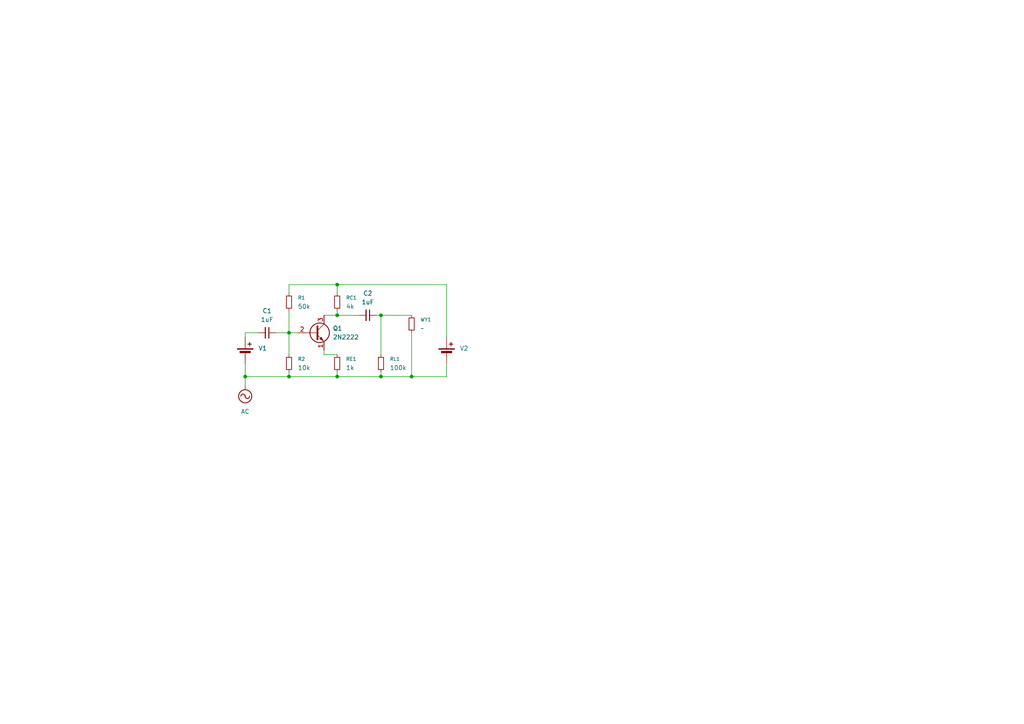
<source format=kicad_sch>
(kicad_sch
	(version 20250114)
	(generator "eeschema")
	(generator_version "9.0")
	(uuid "c00abc46-37e0-4418-aadb-4e1f2ca67997")
	(paper "A4")
	(lib_symbols
		(symbol "Device:Battery_Cell"
			(pin_numbers
				(hide yes)
			)
			(pin_names
				(offset 0)
				(hide yes)
			)
			(exclude_from_sim no)
			(in_bom yes)
			(on_board yes)
			(property "Reference" "BT"
				(at 2.54 2.54 0)
				(effects
					(font
						(size 1.27 1.27)
					)
					(justify left)
				)
			)
			(property "Value" "Battery_Cell"
				(at 2.54 0 0)
				(effects
					(font
						(size 1.27 1.27)
					)
					(justify left)
				)
			)
			(property "Footprint" ""
				(at 0 1.524 90)
				(effects
					(font
						(size 1.27 1.27)
					)
					(hide yes)
				)
			)
			(property "Datasheet" "~"
				(at 0 1.524 90)
				(effects
					(font
						(size 1.27 1.27)
					)
					(hide yes)
				)
			)
			(property "Description" "Single-cell battery"
				(at 0 0 0)
				(effects
					(font
						(size 1.27 1.27)
					)
					(hide yes)
				)
			)
			(property "ki_keywords" "battery cell"
				(at 0 0 0)
				(effects
					(font
						(size 1.27 1.27)
					)
					(hide yes)
				)
			)
			(symbol "Battery_Cell_0_1"
				(rectangle
					(start -2.286 1.778)
					(end 2.286 1.524)
					(stroke
						(width 0)
						(type default)
					)
					(fill
						(type outline)
					)
				)
				(rectangle
					(start -1.524 1.016)
					(end 1.524 0.508)
					(stroke
						(width 0)
						(type default)
					)
					(fill
						(type outline)
					)
				)
				(polyline
					(pts
						(xy 0 1.778) (xy 0 2.54)
					)
					(stroke
						(width 0)
						(type default)
					)
					(fill
						(type none)
					)
				)
				(polyline
					(pts
						(xy 0 0.762) (xy 0 0)
					)
					(stroke
						(width 0)
						(type default)
					)
					(fill
						(type none)
					)
				)
				(polyline
					(pts
						(xy 0.762 3.048) (xy 1.778 3.048)
					)
					(stroke
						(width 0.254)
						(type default)
					)
					(fill
						(type none)
					)
				)
				(polyline
					(pts
						(xy 1.27 3.556) (xy 1.27 2.54)
					)
					(stroke
						(width 0.254)
						(type default)
					)
					(fill
						(type none)
					)
				)
			)
			(symbol "Battery_Cell_1_1"
				(pin passive line
					(at 0 5.08 270)
					(length 2.54)
					(name "+"
						(effects
							(font
								(size 1.27 1.27)
							)
						)
					)
					(number "1"
						(effects
							(font
								(size 1.27 1.27)
							)
						)
					)
				)
				(pin passive line
					(at 0 -2.54 90)
					(length 2.54)
					(name "-"
						(effects
							(font
								(size 1.27 1.27)
							)
						)
					)
					(number "2"
						(effects
							(font
								(size 1.27 1.27)
							)
						)
					)
				)
			)
			(embedded_fonts no)
		)
		(symbol "Device:C_Small"
			(pin_numbers
				(hide yes)
			)
			(pin_names
				(offset 0.254)
				(hide yes)
			)
			(exclude_from_sim no)
			(in_bom yes)
			(on_board yes)
			(property "Reference" "C"
				(at 0.254 1.778 0)
				(effects
					(font
						(size 1.27 1.27)
					)
					(justify left)
				)
			)
			(property "Value" "C_Small"
				(at 0.254 -2.032 0)
				(effects
					(font
						(size 1.27 1.27)
					)
					(justify left)
				)
			)
			(property "Footprint" ""
				(at 0 0 0)
				(effects
					(font
						(size 1.27 1.27)
					)
					(hide yes)
				)
			)
			(property "Datasheet" "~"
				(at 0 0 0)
				(effects
					(font
						(size 1.27 1.27)
					)
					(hide yes)
				)
			)
			(property "Description" "Unpolarized capacitor, small symbol"
				(at 0 0 0)
				(effects
					(font
						(size 1.27 1.27)
					)
					(hide yes)
				)
			)
			(property "ki_keywords" "capacitor cap"
				(at 0 0 0)
				(effects
					(font
						(size 1.27 1.27)
					)
					(hide yes)
				)
			)
			(property "ki_fp_filters" "C_*"
				(at 0 0 0)
				(effects
					(font
						(size 1.27 1.27)
					)
					(hide yes)
				)
			)
			(symbol "C_Small_0_1"
				(polyline
					(pts
						(xy -1.524 0.508) (xy 1.524 0.508)
					)
					(stroke
						(width 0.3048)
						(type default)
					)
					(fill
						(type none)
					)
				)
				(polyline
					(pts
						(xy -1.524 -0.508) (xy 1.524 -0.508)
					)
					(stroke
						(width 0.3302)
						(type default)
					)
					(fill
						(type none)
					)
				)
			)
			(symbol "C_Small_1_1"
				(pin passive line
					(at 0 2.54 270)
					(length 2.032)
					(name "~"
						(effects
							(font
								(size 1.27 1.27)
							)
						)
					)
					(number "1"
						(effects
							(font
								(size 1.27 1.27)
							)
						)
					)
				)
				(pin passive line
					(at 0 -2.54 90)
					(length 2.032)
					(name "~"
						(effects
							(font
								(size 1.27 1.27)
							)
						)
					)
					(number "2"
						(effects
							(font
								(size 1.27 1.27)
							)
						)
					)
				)
			)
			(embedded_fonts no)
		)
		(symbol "Device:R_Small"
			(pin_numbers
				(hide yes)
			)
			(pin_names
				(offset 0.254)
				(hide yes)
			)
			(exclude_from_sim no)
			(in_bom yes)
			(on_board yes)
			(property "Reference" "R"
				(at 0 0 90)
				(effects
					(font
						(size 1.016 1.016)
					)
				)
			)
			(property "Value" "R_Small"
				(at 1.778 0 90)
				(effects
					(font
						(size 1.27 1.27)
					)
				)
			)
			(property "Footprint" ""
				(at 0 0 0)
				(effects
					(font
						(size 1.27 1.27)
					)
					(hide yes)
				)
			)
			(property "Datasheet" "~"
				(at 0 0 0)
				(effects
					(font
						(size 1.27 1.27)
					)
					(hide yes)
				)
			)
			(property "Description" "Resistor, small symbol"
				(at 0 0 0)
				(effects
					(font
						(size 1.27 1.27)
					)
					(hide yes)
				)
			)
			(property "ki_keywords" "R resistor"
				(at 0 0 0)
				(effects
					(font
						(size 1.27 1.27)
					)
					(hide yes)
				)
			)
			(property "ki_fp_filters" "R_*"
				(at 0 0 0)
				(effects
					(font
						(size 1.27 1.27)
					)
					(hide yes)
				)
			)
			(symbol "R_Small_0_1"
				(rectangle
					(start -0.762 1.778)
					(end 0.762 -1.778)
					(stroke
						(width 0.2032)
						(type default)
					)
					(fill
						(type none)
					)
				)
			)
			(symbol "R_Small_1_1"
				(pin passive line
					(at 0 2.54 270)
					(length 0.762)
					(name "~"
						(effects
							(font
								(size 1.27 1.27)
							)
						)
					)
					(number "1"
						(effects
							(font
								(size 1.27 1.27)
							)
						)
					)
				)
				(pin passive line
					(at 0 -2.54 90)
					(length 0.762)
					(name "~"
						(effects
							(font
								(size 1.27 1.27)
							)
						)
					)
					(number "2"
						(effects
							(font
								(size 1.27 1.27)
							)
						)
					)
				)
			)
			(embedded_fonts no)
		)
		(symbol "Transistor_BJT:2N2219"
			(pin_names
				(offset 0)
				(hide yes)
			)
			(exclude_from_sim no)
			(in_bom yes)
			(on_board yes)
			(property "Reference" "Q"
				(at 5.08 1.905 0)
				(effects
					(font
						(size 1.27 1.27)
					)
					(justify left)
				)
			)
			(property "Value" "2N2219"
				(at 5.08 0 0)
				(effects
					(font
						(size 1.27 1.27)
					)
					(justify left)
				)
			)
			(property "Footprint" "Package_TO_SOT_THT:TO-39-3"
				(at 5.08 -1.905 0)
				(effects
					(font
						(size 1.27 1.27)
						(italic yes)
					)
					(justify left)
					(hide yes)
				)
			)
			(property "Datasheet" "http://www.onsemi.com/pub_link/Collateral/2N2219-D.PDF"
				(at 0 0 0)
				(effects
					(font
						(size 1.27 1.27)
					)
					(justify left)
					(hide yes)
				)
			)
			(property "Description" "800mA Ic, 50V Vce, NPN Transistor, TO-39"
				(at 0 0 0)
				(effects
					(font
						(size 1.27 1.27)
					)
					(hide yes)
				)
			)
			(property "ki_keywords" "NPN Transistor"
				(at 0 0 0)
				(effects
					(font
						(size 1.27 1.27)
					)
					(hide yes)
				)
			)
			(property "ki_fp_filters" "TO?39*"
				(at 0 0 0)
				(effects
					(font
						(size 1.27 1.27)
					)
					(hide yes)
				)
			)
			(symbol "2N2219_0_1"
				(polyline
					(pts
						(xy -2.54 0) (xy 0.635 0)
					)
					(stroke
						(width 0)
						(type default)
					)
					(fill
						(type none)
					)
				)
				(polyline
					(pts
						(xy 0.635 1.905) (xy 0.635 -1.905)
					)
					(stroke
						(width 0.508)
						(type default)
					)
					(fill
						(type none)
					)
				)
				(circle
					(center 1.27 0)
					(radius 2.8194)
					(stroke
						(width 0.254)
						(type default)
					)
					(fill
						(type none)
					)
				)
			)
			(symbol "2N2219_1_1"
				(polyline
					(pts
						(xy 0.635 0.635) (xy 2.54 2.54)
					)
					(stroke
						(width 0)
						(type default)
					)
					(fill
						(type none)
					)
				)
				(polyline
					(pts
						(xy 0.635 -0.635) (xy 2.54 -2.54)
					)
					(stroke
						(width 0)
						(type default)
					)
					(fill
						(type none)
					)
				)
				(polyline
					(pts
						(xy 1.27 -1.778) (xy 1.778 -1.27) (xy 2.286 -2.286) (xy 1.27 -1.778)
					)
					(stroke
						(width 0)
						(type default)
					)
					(fill
						(type outline)
					)
				)
				(pin input line
					(at -5.08 0 0)
					(length 2.54)
					(name "B"
						(effects
							(font
								(size 1.27 1.27)
							)
						)
					)
					(number "2"
						(effects
							(font
								(size 1.27 1.27)
							)
						)
					)
				)
				(pin passive line
					(at 2.54 5.08 270)
					(length 2.54)
					(name "C"
						(effects
							(font
								(size 1.27 1.27)
							)
						)
					)
					(number "3"
						(effects
							(font
								(size 1.27 1.27)
							)
						)
					)
				)
				(pin passive line
					(at 2.54 -5.08 90)
					(length 2.54)
					(name "E"
						(effects
							(font
								(size 1.27 1.27)
							)
						)
					)
					(number "1"
						(effects
							(font
								(size 1.27 1.27)
							)
						)
					)
				)
			)
			(embedded_fonts no)
		)
		(symbol "power:AC"
			(power)
			(pin_numbers
				(hide yes)
			)
			(pin_names
				(offset 0)
				(hide yes)
			)
			(exclude_from_sim no)
			(in_bom yes)
			(on_board yes)
			(property "Reference" "#PWR"
				(at 0 -2.54 0)
				(effects
					(font
						(size 1.27 1.27)
					)
					(hide yes)
				)
			)
			(property "Value" "AC"
				(at 0 6.35 0)
				(effects
					(font
						(size 1.27 1.27)
					)
				)
			)
			(property "Footprint" ""
				(at 0 0 0)
				(effects
					(font
						(size 1.27 1.27)
					)
					(hide yes)
				)
			)
			(property "Datasheet" ""
				(at 0 0 0)
				(effects
					(font
						(size 1.27 1.27)
					)
					(hide yes)
				)
			)
			(property "Description" "Power symbol creates a global label with name \"AC\""
				(at 0 0 0)
				(effects
					(font
						(size 1.27 1.27)
					)
					(hide yes)
				)
			)
			(property "ki_keywords" "global power"
				(at 0 0 0)
				(effects
					(font
						(size 1.27 1.27)
					)
					(hide yes)
				)
			)
			(symbol "AC_0_1"
				(arc
					(start -1.27 3.175)
					(mid -0.635 3.8073)
					(end 0 3.175)
					(stroke
						(width 0.254)
						(type default)
					)
					(fill
						(type none)
					)
				)
				(circle
					(center 0 3.175)
					(radius 1.905)
					(stroke
						(width 0.254)
						(type default)
					)
					(fill
						(type none)
					)
				)
				(polyline
					(pts
						(xy 0 0) (xy 0 1.27)
					)
					(stroke
						(width 0)
						(type default)
					)
					(fill
						(type none)
					)
				)
				(arc
					(start 1.27 3.175)
					(mid 0.635 2.5427)
					(end 0 3.175)
					(stroke
						(width 0.254)
						(type default)
					)
					(fill
						(type none)
					)
				)
			)
			(symbol "AC_1_1"
				(pin power_in line
					(at 0 0 90)
					(length 0)
					(name "~"
						(effects
							(font
								(size 1.27 1.27)
							)
						)
					)
					(number "1"
						(effects
							(font
								(size 1.27 1.27)
							)
						)
					)
				)
			)
			(embedded_fonts no)
		)
	)
	(junction
		(at 71.12 109.22)
		(diameter 0)
		(color 0 0 0 0)
		(uuid "2c20c6db-2f11-4246-a019-ca56720d9888")
	)
	(junction
		(at 83.82 96.52)
		(diameter 0)
		(color 0 0 0 0)
		(uuid "31f50dbd-af18-4ec1-8cda-2c2db581bbec")
	)
	(junction
		(at 110.49 91.44)
		(diameter 0)
		(color 0 0 0 0)
		(uuid "825018c8-0913-40c6-b69a-0351c2dda596")
	)
	(junction
		(at 97.79 82.55)
		(diameter 0)
		(color 0 0 0 0)
		(uuid "8aa68737-8e92-4c17-a873-eda6b0da5611")
	)
	(junction
		(at 97.79 91.44)
		(diameter 0)
		(color 0 0 0 0)
		(uuid "a123e537-8351-4a80-ac9a-8c1977fe0fcc")
	)
	(junction
		(at 97.79 109.22)
		(diameter 0)
		(color 0 0 0 0)
		(uuid "d23719c7-d09d-485c-8737-21b08a13bfdb")
	)
	(junction
		(at 83.82 109.22)
		(diameter 0)
		(color 0 0 0 0)
		(uuid "d7db5e15-bc99-4137-9b11-ccd816f215a8")
	)
	(junction
		(at 119.38 109.22)
		(diameter 0)
		(color 0 0 0 0)
		(uuid "f5f029f4-0171-40b8-acd6-8ef6a83d93a7")
	)
	(junction
		(at 110.49 109.22)
		(diameter 0)
		(color 0 0 0 0)
		(uuid "fa83ddec-2299-4b32-a30e-f31ad67132cc")
	)
	(wire
		(pts
			(xy 97.79 102.87) (xy 93.98 102.87)
		)
		(stroke
			(width 0)
			(type default)
		)
		(uuid "0222a477-710a-45f4-8d5a-949f863a175f")
	)
	(wire
		(pts
			(xy 83.82 96.52) (xy 86.36 96.52)
		)
		(stroke
			(width 0)
			(type default)
		)
		(uuid "2446eb71-b7f9-45d9-81cc-1ef8d8c093be")
	)
	(wire
		(pts
			(xy 93.98 102.87) (xy 93.98 101.6)
		)
		(stroke
			(width 0)
			(type default)
		)
		(uuid "281fe642-d43d-4923-91ec-946aeca6f90b")
	)
	(wire
		(pts
			(xy 97.79 90.17) (xy 97.79 91.44)
		)
		(stroke
			(width 0)
			(type default)
		)
		(uuid "37371540-3650-424c-be9c-524a24d4b9ac")
	)
	(wire
		(pts
			(xy 129.54 109.22) (xy 119.38 109.22)
		)
		(stroke
			(width 0)
			(type default)
		)
		(uuid "37ea5781-b961-49a2-958d-6552d1dd6b84")
	)
	(wire
		(pts
			(xy 71.12 97.79) (xy 71.12 96.52)
		)
		(stroke
			(width 0)
			(type default)
		)
		(uuid "38937d64-45db-4210-af7f-f820468049af")
	)
	(wire
		(pts
			(xy 110.49 107.95) (xy 110.49 109.22)
		)
		(stroke
			(width 0)
			(type default)
		)
		(uuid "3a552452-9cb9-4f7b-9259-1e1d9255c97a")
	)
	(wire
		(pts
			(xy 110.49 91.44) (xy 119.38 91.44)
		)
		(stroke
			(width 0)
			(type default)
		)
		(uuid "3a6c89d7-2e64-4c00-ab00-c757f9800e79")
	)
	(wire
		(pts
			(xy 110.49 109.22) (xy 119.38 109.22)
		)
		(stroke
			(width 0)
			(type default)
		)
		(uuid "3b8d0f2d-3f46-4629-9deb-2d9bc8bc8820")
	)
	(wire
		(pts
			(xy 83.82 82.55) (xy 97.79 82.55)
		)
		(stroke
			(width 0)
			(type default)
		)
		(uuid "422d88da-8443-417b-8b55-3c670b71a4b9")
	)
	(wire
		(pts
			(xy 97.79 85.09) (xy 97.79 82.55)
		)
		(stroke
			(width 0)
			(type default)
		)
		(uuid "45eb726a-cb1e-4e25-9ec0-f1dd7a19f6bf")
	)
	(wire
		(pts
			(xy 129.54 97.79) (xy 129.54 82.55)
		)
		(stroke
			(width 0)
			(type default)
		)
		(uuid "527937e8-b940-46ac-a533-92656e09da75")
	)
	(wire
		(pts
			(xy 80.01 96.52) (xy 83.82 96.52)
		)
		(stroke
			(width 0)
			(type default)
		)
		(uuid "53061e64-dbf3-4cfc-9ca6-de2310582fc8")
	)
	(wire
		(pts
			(xy 119.38 96.52) (xy 119.38 109.22)
		)
		(stroke
			(width 0)
			(type default)
		)
		(uuid "62579349-1c04-40ba-8b0d-6bee5dd43af8")
	)
	(wire
		(pts
			(xy 97.79 109.22) (xy 110.49 109.22)
		)
		(stroke
			(width 0)
			(type default)
		)
		(uuid "67e8247f-7035-4b4c-a9a1-65b4b870ef55")
	)
	(wire
		(pts
			(xy 83.82 90.17) (xy 83.82 96.52)
		)
		(stroke
			(width 0)
			(type default)
		)
		(uuid "7140cb1c-39d8-4776-b044-bc357ca5dcda")
	)
	(wire
		(pts
			(xy 93.98 91.44) (xy 97.79 91.44)
		)
		(stroke
			(width 0)
			(type default)
		)
		(uuid "804cf49d-fe1f-4fef-a819-6ea7f790ad98")
	)
	(wire
		(pts
			(xy 71.12 96.52) (xy 74.93 96.52)
		)
		(stroke
			(width 0)
			(type default)
		)
		(uuid "8b97ea88-193b-4467-bffe-269c7eb14e7a")
	)
	(wire
		(pts
			(xy 71.12 109.22) (xy 71.12 111.76)
		)
		(stroke
			(width 0)
			(type default)
		)
		(uuid "928807de-fbdd-487d-b8e4-1f53c1e54ddb")
	)
	(wire
		(pts
			(xy 83.82 102.87) (xy 83.82 96.52)
		)
		(stroke
			(width 0)
			(type default)
		)
		(uuid "9af1bee8-4c9a-4633-97e1-53266f9ad709")
	)
	(wire
		(pts
			(xy 97.79 91.44) (xy 104.14 91.44)
		)
		(stroke
			(width 0)
			(type default)
		)
		(uuid "9b06097a-b60c-4f68-8fa5-e764c81309dc")
	)
	(wire
		(pts
			(xy 71.12 105.41) (xy 71.12 109.22)
		)
		(stroke
			(width 0)
			(type default)
		)
		(uuid "a0589b92-dfb8-415b-82fb-13c62ed0627b")
	)
	(wire
		(pts
			(xy 129.54 82.55) (xy 97.79 82.55)
		)
		(stroke
			(width 0)
			(type default)
		)
		(uuid "a879ab35-e842-434a-af05-4ed8892e6ef1")
	)
	(wire
		(pts
			(xy 83.82 109.22) (xy 97.79 109.22)
		)
		(stroke
			(width 0)
			(type default)
		)
		(uuid "a987e2c1-2282-4735-a290-7b1a26b0747e")
	)
	(wire
		(pts
			(xy 110.49 91.44) (xy 110.49 102.87)
		)
		(stroke
			(width 0)
			(type default)
		)
		(uuid "af0a6c81-f467-4a7f-9352-d7a2d6228029")
	)
	(wire
		(pts
			(xy 83.82 107.95) (xy 83.82 109.22)
		)
		(stroke
			(width 0)
			(type default)
		)
		(uuid "bf7c9145-e016-4cb0-834d-6b0ba39e03bc")
	)
	(wire
		(pts
			(xy 97.79 107.95) (xy 97.79 109.22)
		)
		(stroke
			(width 0)
			(type default)
		)
		(uuid "c4d4b56b-d4d7-432b-bd4e-bce6d9accdf0")
	)
	(wire
		(pts
			(xy 71.12 109.22) (xy 83.82 109.22)
		)
		(stroke
			(width 0)
			(type default)
		)
		(uuid "cd278e9d-2731-4674-8b0d-df21691206ba")
	)
	(wire
		(pts
			(xy 129.54 105.41) (xy 129.54 109.22)
		)
		(stroke
			(width 0)
			(type default)
		)
		(uuid "e1154fd1-a389-41c4-942e-9c6f67583697")
	)
	(wire
		(pts
			(xy 83.82 85.09) (xy 83.82 82.55)
		)
		(stroke
			(width 0)
			(type default)
		)
		(uuid "f0fd5301-6773-46ff-bd02-b7a7a5bf8e8a")
	)
	(wire
		(pts
			(xy 109.22 91.44) (xy 110.49 91.44)
		)
		(stroke
			(width 0)
			(type default)
		)
		(uuid "ffad2f11-f456-4216-a795-d42c0a49dbce")
	)
	(symbol
		(lib_id "Device:R_Small")
		(at 97.79 87.63 0)
		(unit 1)
		(exclude_from_sim no)
		(in_bom yes)
		(on_board yes)
		(dnp no)
		(fields_autoplaced yes)
		(uuid "0f40938a-c689-4d3a-ab69-03a01bc69552")
		(property "Reference" "RC1"
			(at 100.33 86.3599 0)
			(effects
				(font
					(size 1.016 1.016)
				)
				(justify left)
			)
		)
		(property "Value" "4k"
			(at 100.33 88.8999 0)
			(effects
				(font
					(size 1.27 1.27)
				)
				(justify left)
			)
		)
		(property "Footprint" "TerminalBlock_Phoenix:TerminalBlock_Phoenix_MKDS-1,5-2-5.08_1x02_P5.08mm_Horizontal"
			(at 97.79 87.63 0)
			(effects
				(font
					(size 1.27 1.27)
				)
				(hide yes)
			)
		)
		(property "Datasheet" "~"
			(at 97.79 87.63 0)
			(effects
				(font
					(size 1.27 1.27)
				)
				(hide yes)
			)
		)
		(property "Description" "Resistor, small symbol"
			(at 97.79 87.63 0)
			(effects
				(font
					(size 1.27 1.27)
				)
				(hide yes)
			)
		)
		(pin "2"
			(uuid "1d3e9b5a-8d90-4a6e-8361-137c1e425b8f")
		)
		(pin "1"
			(uuid "d7c85f39-f0c4-45d4-a5b8-ef76b6bcb178")
		)
		(instances
			(project "wzmacniacz wspolny emiter"
				(path "/c00abc46-37e0-4418-aadb-4e1f2ca67997"
					(reference "RC1")
					(unit 1)
				)
			)
		)
	)
	(symbol
		(lib_id "Device:R_Small")
		(at 119.38 93.98 0)
		(unit 1)
		(exclude_from_sim no)
		(in_bom yes)
		(on_board yes)
		(dnp no)
		(fields_autoplaced yes)
		(uuid "18e0ff96-0a88-408f-ba35-4c008de49840")
		(property "Reference" "WY1"
			(at 121.92 92.7099 0)
			(effects
				(font
					(size 1.016 1.016)
				)
				(justify left)
			)
		)
		(property "Value" "~"
			(at 121.92 95.2499 0)
			(effects
				(font
					(size 1.27 1.27)
				)
				(justify left)
			)
		)
		(property "Footprint" "TerminalBlock_Phoenix:TerminalBlock_Phoenix_MKDS-1,5-2-5.08_1x02_P5.08mm_Horizontal"
			(at 119.38 93.98 0)
			(effects
				(font
					(size 1.27 1.27)
				)
				(hide yes)
			)
		)
		(property "Datasheet" "~"
			(at 119.38 93.98 0)
			(effects
				(font
					(size 1.27 1.27)
				)
				(hide yes)
			)
		)
		(property "Description" "Resistor, small symbol"
			(at 119.38 93.98 0)
			(effects
				(font
					(size 1.27 1.27)
				)
				(hide yes)
			)
		)
		(pin "2"
			(uuid "964641ac-d443-4569-bda1-2a0ca41324b6")
		)
		(pin "1"
			(uuid "e73c7a14-155a-411c-8dfe-348e1bf43045")
		)
		(instances
			(project "wzmacniacz wspolny emiter"
				(path "/c00abc46-37e0-4418-aadb-4e1f2ca67997"
					(reference "WY1")
					(unit 1)
				)
			)
		)
	)
	(symbol
		(lib_id "Transistor_BJT:2N2219")
		(at 91.44 96.52 0)
		(unit 1)
		(exclude_from_sim no)
		(in_bom yes)
		(on_board yes)
		(dnp no)
		(fields_autoplaced yes)
		(uuid "3e67a493-abcc-447d-800c-c0d75c1c3e4b")
		(property "Reference" "Q1"
			(at 96.52 95.2499 0)
			(effects
				(font
					(size 1.27 1.27)
				)
				(justify left)
			)
		)
		(property "Value" "2N2222"
			(at 96.52 97.7899 0)
			(effects
				(font
					(size 1.27 1.27)
				)
				(justify left)
			)
		)
		(property "Footprint" "TerminalBlock_Phoenix:TerminalBlock_Phoenix_MKDS-1,5-3-5.08_1x03_P5.08mm_Horizontal"
			(at 96.52 98.425 0)
			(effects
				(font
					(size 1.27 1.27)
					(italic yes)
				)
				(justify left)
				(hide yes)
			)
		)
		(property "Datasheet" "http://www.onsemi.com/pub_link/Collateral/2N2219-D.PDF"
			(at 91.44 96.52 0)
			(effects
				(font
					(size 1.27 1.27)
				)
				(justify left)
				(hide yes)
			)
		)
		(property "Description" "800mA Ic, 50V Vce, NPN Transistor, TO-39"
			(at 91.44 96.52 0)
			(effects
				(font
					(size 1.27 1.27)
				)
				(hide yes)
			)
		)
		(pin "3"
			(uuid "4a5dfc8e-2934-433e-8f27-10ebca031501")
		)
		(pin "1"
			(uuid "41a397b1-f914-476f-a291-e6722c56be62")
		)
		(pin "2"
			(uuid "d2fbdfe4-4d39-4960-b840-82402c8c710e")
		)
		(instances
			(project ""
				(path "/c00abc46-37e0-4418-aadb-4e1f2ca67997"
					(reference "Q1")
					(unit 1)
				)
			)
		)
	)
	(symbol
		(lib_id "Device:Battery_Cell")
		(at 71.12 102.87 0)
		(unit 1)
		(exclude_from_sim no)
		(in_bom yes)
		(on_board yes)
		(dnp no)
		(fields_autoplaced yes)
		(uuid "4e9515b5-06cb-42dc-8d77-5e28ddf181ea")
		(property "Reference" "V1"
			(at 74.93 101.0284 0)
			(effects
				(font
					(size 1.27 1.27)
				)
				(justify left)
			)
		)
		(property "Value" "~"
			(at 74.93 102.2984 0)
			(effects
				(font
					(size 1.27 1.27)
				)
				(justify left)
				(hide yes)
			)
		)
		(property "Footprint" "TerminalBlock_Phoenix:TerminalBlock_Phoenix_MKDS-1,5-2-5.08_1x02_P5.08mm_Horizontal"
			(at 71.12 101.346 90)
			(effects
				(font
					(size 1.27 1.27)
				)
				(hide yes)
			)
		)
		(property "Datasheet" "~"
			(at 71.12 101.346 90)
			(effects
				(font
					(size 1.27 1.27)
				)
				(hide yes)
			)
		)
		(property "Description" "Single-cell battery"
			(at 71.12 102.87 0)
			(effects
				(font
					(size 1.27 1.27)
				)
				(hide yes)
			)
		)
		(pin "1"
			(uuid "8610e0dc-de77-49a6-803f-d8f282747e30")
		)
		(pin "2"
			(uuid "32603704-883b-441f-bbe7-e922d81e2f8c")
		)
		(instances
			(project "wzmacniacz wspolny emiter"
				(path "/c00abc46-37e0-4418-aadb-4e1f2ca67997"
					(reference "V1")
					(unit 1)
				)
			)
		)
	)
	(symbol
		(lib_id "Device:Battery_Cell")
		(at 129.54 102.87 0)
		(unit 1)
		(exclude_from_sim no)
		(in_bom yes)
		(on_board yes)
		(dnp no)
		(fields_autoplaced yes)
		(uuid "618dc6b7-6a27-4715-9ca7-f96673e988aa")
		(property "Reference" "V2"
			(at 133.35 101.0284 0)
			(effects
				(font
					(size 1.27 1.27)
				)
				(justify left)
			)
		)
		(property "Value" "~"
			(at 133.35 102.2984 0)
			(effects
				(font
					(size 1.27 1.27)
				)
				(justify left)
				(hide yes)
			)
		)
		(property "Footprint" "TerminalBlock_Phoenix:TerminalBlock_Phoenix_MKDS-1,5-2-5.08_1x02_P5.08mm_Horizontal"
			(at 129.54 101.346 90)
			(effects
				(font
					(size 1.27 1.27)
				)
				(hide yes)
			)
		)
		(property "Datasheet" "~"
			(at 129.54 101.346 90)
			(effects
				(font
					(size 1.27 1.27)
				)
				(hide yes)
			)
		)
		(property "Description" "Single-cell battery"
			(at 129.54 102.87 0)
			(effects
				(font
					(size 1.27 1.27)
				)
				(hide yes)
			)
		)
		(pin "1"
			(uuid "991692c8-377b-4332-82e1-4a90804c6db8")
		)
		(pin "2"
			(uuid "aaf1bbf2-0113-4d4c-9821-30b85b07b11f")
		)
		(instances
			(project ""
				(path "/c00abc46-37e0-4418-aadb-4e1f2ca67997"
					(reference "V2")
					(unit 1)
				)
			)
		)
	)
	(symbol
		(lib_id "power:AC")
		(at 71.12 111.76 180)
		(unit 1)
		(exclude_from_sim no)
		(in_bom yes)
		(on_board yes)
		(dnp no)
		(fields_autoplaced yes)
		(uuid "6e17cb2b-3aed-4ce5-b3cf-5a802cb0f429")
		(property "Reference" "#PWR01"
			(at 71.12 109.22 0)
			(effects
				(font
					(size 1.27 1.27)
				)
				(hide yes)
			)
		)
		(property "Value" "AC"
			(at 71.12 119.38 0)
			(effects
				(font
					(size 1.27 1.27)
				)
			)
		)
		(property "Footprint" ""
			(at 71.12 111.76 0)
			(effects
				(font
					(size 1.27 1.27)
				)
				(hide yes)
			)
		)
		(property "Datasheet" ""
			(at 71.12 111.76 0)
			(effects
				(font
					(size 1.27 1.27)
				)
				(hide yes)
			)
		)
		(property "Description" "Power symbol creates a global label with name \"AC\""
			(at 71.12 111.76 0)
			(effects
				(font
					(size 1.27 1.27)
				)
				(hide yes)
			)
		)
		(pin "1"
			(uuid "d4294e1c-f239-4e20-ad9f-f2e076b3e8e1")
		)
		(instances
			(project ""
				(path "/c00abc46-37e0-4418-aadb-4e1f2ca67997"
					(reference "#PWR01")
					(unit 1)
				)
			)
		)
	)
	(symbol
		(lib_id "Device:C_Small")
		(at 106.68 91.44 270)
		(unit 1)
		(exclude_from_sim no)
		(in_bom yes)
		(on_board yes)
		(dnp no)
		(fields_autoplaced yes)
		(uuid "7325abad-2291-45b7-a9db-8588eddcd83b")
		(property "Reference" "C2"
			(at 106.6736 85.09 90)
			(effects
				(font
					(size 1.27 1.27)
				)
			)
		)
		(property "Value" "1uF"
			(at 106.6736 87.63 90)
			(effects
				(font
					(size 1.27 1.27)
				)
			)
		)
		(property "Footprint" "TerminalBlock_Phoenix:TerminalBlock_Phoenix_MKDS-1,5-2-5.08_1x02_P5.08mm_Horizontal"
			(at 106.68 91.44 0)
			(effects
				(font
					(size 1.27 1.27)
				)
				(hide yes)
			)
		)
		(property "Datasheet" "~"
			(at 106.68 91.44 0)
			(effects
				(font
					(size 1.27 1.27)
				)
				(hide yes)
			)
		)
		(property "Description" "Unpolarized capacitor, small symbol"
			(at 106.68 91.44 0)
			(effects
				(font
					(size 1.27 1.27)
				)
				(hide yes)
			)
		)
		(pin "1"
			(uuid "eff01e3c-d1ad-4d69-b226-e595c5799a85")
		)
		(pin "2"
			(uuid "0671243e-ea89-4641-95b1-8da047deeffe")
		)
		(instances
			(project ""
				(path "/c00abc46-37e0-4418-aadb-4e1f2ca67997"
					(reference "C2")
					(unit 1)
				)
			)
		)
	)
	(symbol
		(lib_id "Device:R_Small")
		(at 97.79 105.41 0)
		(unit 1)
		(exclude_from_sim no)
		(in_bom yes)
		(on_board yes)
		(dnp no)
		(fields_autoplaced yes)
		(uuid "9f875171-d1ae-48b1-9c8d-570c6e8c7360")
		(property "Reference" "RE1"
			(at 100.33 104.1399 0)
			(effects
				(font
					(size 1.016 1.016)
				)
				(justify left)
			)
		)
		(property "Value" "1k"
			(at 100.33 106.6799 0)
			(effects
				(font
					(size 1.27 1.27)
				)
				(justify left)
			)
		)
		(property "Footprint" "TerminalBlock_Phoenix:TerminalBlock_Phoenix_MKDS-1,5-2-5.08_1x02_P5.08mm_Horizontal"
			(at 97.79 105.41 0)
			(effects
				(font
					(size 1.27 1.27)
				)
				(hide yes)
			)
		)
		(property "Datasheet" "~"
			(at 97.79 105.41 0)
			(effects
				(font
					(size 1.27 1.27)
				)
				(hide yes)
			)
		)
		(property "Description" "Resistor, small symbol"
			(at 97.79 105.41 0)
			(effects
				(font
					(size 1.27 1.27)
				)
				(hide yes)
			)
		)
		(pin "2"
			(uuid "9ca56714-394a-4503-a7e7-9cbeb36f4d34")
		)
		(pin "1"
			(uuid "fd898c1c-b362-4fbe-958c-a7e03b9c2848")
		)
		(instances
			(project ""
				(path "/c00abc46-37e0-4418-aadb-4e1f2ca67997"
					(reference "RE1")
					(unit 1)
				)
			)
		)
	)
	(symbol
		(lib_id "Device:R_Small")
		(at 110.49 105.41 0)
		(unit 1)
		(exclude_from_sim no)
		(in_bom yes)
		(on_board yes)
		(dnp no)
		(fields_autoplaced yes)
		(uuid "ce4bacd4-9407-4ba6-ba83-c3d26791c947")
		(property "Reference" "RL1"
			(at 113.03 104.1399 0)
			(effects
				(font
					(size 1.016 1.016)
				)
				(justify left)
			)
		)
		(property "Value" "100k"
			(at 113.03 106.6799 0)
			(effects
				(font
					(size 1.27 1.27)
				)
				(justify left)
			)
		)
		(property "Footprint" "TerminalBlock_Phoenix:TerminalBlock_Phoenix_MKDS-1,5-2-5.08_1x02_P5.08mm_Horizontal"
			(at 110.49 105.41 0)
			(effects
				(font
					(size 1.27 1.27)
				)
				(hide yes)
			)
		)
		(property "Datasheet" "~"
			(at 110.49 105.41 0)
			(effects
				(font
					(size 1.27 1.27)
				)
				(hide yes)
			)
		)
		(property "Description" "Resistor, small symbol"
			(at 110.49 105.41 0)
			(effects
				(font
					(size 1.27 1.27)
				)
				(hide yes)
			)
		)
		(pin "2"
			(uuid "95df108e-94e6-4431-966c-eff32f59dac8")
		)
		(pin "1"
			(uuid "330fb3aa-5f6e-4a9f-97c4-059b108dab23")
		)
		(instances
			(project "wzmacniacz wspolny emiter"
				(path "/c00abc46-37e0-4418-aadb-4e1f2ca67997"
					(reference "RL1")
					(unit 1)
				)
			)
		)
	)
	(symbol
		(lib_id "Device:R_Small")
		(at 83.82 105.41 0)
		(unit 1)
		(exclude_from_sim no)
		(in_bom yes)
		(on_board yes)
		(dnp no)
		(fields_autoplaced yes)
		(uuid "d66150ac-9f2f-4029-9928-647830df71ba")
		(property "Reference" "R2"
			(at 86.36 104.1399 0)
			(effects
				(font
					(size 1.016 1.016)
				)
				(justify left)
			)
		)
		(property "Value" "10k"
			(at 86.36 106.6799 0)
			(effects
				(font
					(size 1.27 1.27)
				)
				(justify left)
			)
		)
		(property "Footprint" "TerminalBlock_Phoenix:TerminalBlock_Phoenix_MKDS-1,5-2-5.08_1x02_P5.08mm_Horizontal"
			(at 83.82 105.41 0)
			(effects
				(font
					(size 1.27 1.27)
				)
				(hide yes)
			)
		)
		(property "Datasheet" "~"
			(at 83.82 105.41 0)
			(effects
				(font
					(size 1.27 1.27)
				)
				(hide yes)
			)
		)
		(property "Description" "Resistor, small symbol"
			(at 83.82 105.41 0)
			(effects
				(font
					(size 1.27 1.27)
				)
				(hide yes)
			)
		)
		(pin "2"
			(uuid "b76421c9-cc5c-4cae-9180-a725b3aaa162")
		)
		(pin "1"
			(uuid "2ecbc715-6586-4cb3-a73f-155181dafaa0")
		)
		(instances
			(project "wzmacniacz wspolny emiter"
				(path "/c00abc46-37e0-4418-aadb-4e1f2ca67997"
					(reference "R2")
					(unit 1)
				)
			)
		)
	)
	(symbol
		(lib_id "Device:C_Small")
		(at 77.47 96.52 270)
		(unit 1)
		(exclude_from_sim no)
		(in_bom yes)
		(on_board yes)
		(dnp no)
		(fields_autoplaced yes)
		(uuid "e1e05a5a-c5ad-4c54-b991-edb1763ed059")
		(property "Reference" "C1"
			(at 77.4636 90.17 90)
			(effects
				(font
					(size 1.27 1.27)
				)
			)
		)
		(property "Value" "1uF"
			(at 77.4636 92.71 90)
			(effects
				(font
					(size 1.27 1.27)
				)
			)
		)
		(property "Footprint" "TerminalBlock_Phoenix:TerminalBlock_Phoenix_MKDS-1,5-2-5.08_1x02_P5.08mm_Horizontal"
			(at 77.47 96.52 0)
			(effects
				(font
					(size 1.27 1.27)
				)
				(hide yes)
			)
		)
		(property "Datasheet" "~"
			(at 77.47 96.52 0)
			(effects
				(font
					(size 1.27 1.27)
				)
				(hide yes)
			)
		)
		(property "Description" "Unpolarized capacitor, small symbol"
			(at 77.47 96.52 0)
			(effects
				(font
					(size 1.27 1.27)
				)
				(hide yes)
			)
		)
		(pin "1"
			(uuid "ccac6814-9e38-4549-a672-3f5154860f53")
		)
		(pin "2"
			(uuid "b8bee68c-551e-46ee-b22a-21e477f585c4")
		)
		(instances
			(project "wzmacniacz wspolny emiter"
				(path "/c00abc46-37e0-4418-aadb-4e1f2ca67997"
					(reference "C1")
					(unit 1)
				)
			)
		)
	)
	(symbol
		(lib_id "Device:R_Small")
		(at 83.82 87.63 0)
		(unit 1)
		(exclude_from_sim no)
		(in_bom yes)
		(on_board yes)
		(dnp no)
		(fields_autoplaced yes)
		(uuid "f5a54d4f-d18f-4d2f-84b9-463cf43ad360")
		(property "Reference" "R1"
			(at 86.36 86.3599 0)
			(effects
				(font
					(size 1.016 1.016)
				)
				(justify left)
			)
		)
		(property "Value" "50k"
			(at 86.36 88.8999 0)
			(effects
				(font
					(size 1.27 1.27)
				)
				(justify left)
			)
		)
		(property "Footprint" "TerminalBlock_Phoenix:TerminalBlock_Phoenix_MKDS-1,5-2-5.08_1x02_P5.08mm_Horizontal"
			(at 83.82 87.63 0)
			(effects
				(font
					(size 1.27 1.27)
				)
				(hide yes)
			)
		)
		(property "Datasheet" "~"
			(at 83.82 87.63 0)
			(effects
				(font
					(size 1.27 1.27)
				)
				(hide yes)
			)
		)
		(property "Description" "Resistor, small symbol"
			(at 83.82 87.63 0)
			(effects
				(font
					(size 1.27 1.27)
				)
				(hide yes)
			)
		)
		(pin "2"
			(uuid "656873f0-e519-4ff7-9a0b-e64ac3560b87")
		)
		(pin "1"
			(uuid "2065a4d3-e52e-45ca-bf86-95caac4a06f9")
		)
		(instances
			(project "wzmacniacz wspolny emiter"
				(path "/c00abc46-37e0-4418-aadb-4e1f2ca67997"
					(reference "R1")
					(unit 1)
				)
			)
		)
	)
	(sheet_instances
		(path "/"
			(page "1")
		)
	)
	(embedded_fonts no)
)

</source>
